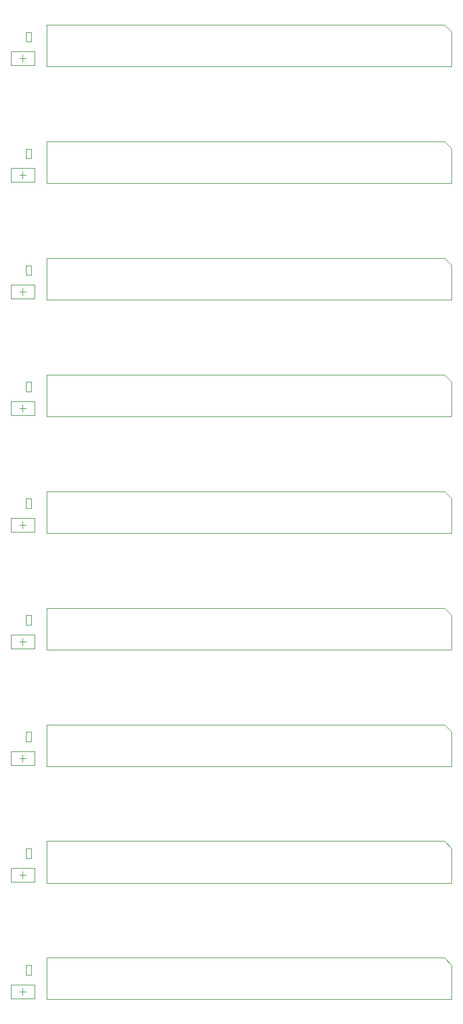
<source format=gbr>
%TF.GenerationSoftware,Altium Limited,Altium Designer,22.11.1 (43)*%
G04 Layer_Color=32768*
%FSLAX45Y45*%
%MOMM*%
%TF.SameCoordinates,189E8146-0809-41ED-80BF-86DDFA5291D0*%
%TF.FilePolarity,Positive*%
%TF.FileFunction,Other,Mechanical_15*%
%TF.Part,Single*%
G01*
G75*
%TA.AperFunction,NonConductor*%
%ADD26C,0.10000*%
%ADD39C,0.05000*%
D26*
X1694998Y12666000D02*
X1774998D01*
Y12526000D02*
Y12666000D01*
X1694998Y12526000D02*
X1774998D01*
X1694998D02*
Y12666000D01*
Y696001D02*
X1774998D01*
Y556001D02*
Y696001D01*
X1694998Y556001D02*
X1774998D01*
X1694998D02*
Y696001D01*
Y2406000D02*
X1774998D01*
Y2266000D02*
Y2406000D01*
X1694998Y2266000D02*
X1774998D01*
X1694998D02*
Y2406000D01*
Y4115999D02*
X1774998D01*
Y3975999D02*
Y4115999D01*
X1694998Y3975999D02*
X1774998D01*
X1694998D02*
Y4115999D01*
Y5825998D02*
X1774998D01*
Y5685998D02*
Y5825998D01*
X1694998Y5685998D02*
X1774998D01*
X1694998D02*
Y5825998D01*
Y7536002D02*
X1774998D01*
Y7396002D02*
Y7536002D01*
X1694998Y7396002D02*
X1774998D01*
X1694998D02*
Y7536002D01*
Y9246001D02*
X1774998D01*
Y9106002D02*
Y9246001D01*
X1694998Y9106002D02*
X1774998D01*
X1694998D02*
Y9246001D01*
Y10956000D02*
X1774998D01*
Y10816001D02*
Y10956000D01*
X1694998Y10816001D02*
X1774998D01*
X1694998D02*
Y10956000D01*
X1600002Y13989502D02*
X1700002D01*
X1649999Y13939500D02*
Y14039499D01*
X1694998Y14375999D02*
X1774998D01*
Y14235999D02*
Y14375999D01*
X1694998Y14235999D02*
X1774998D01*
X1694998D02*
Y14375999D01*
X1600002Y12279498D02*
X1700002D01*
X1649999Y12229501D02*
Y12329500D01*
X1600002Y10569499D02*
X1700002D01*
X1649999Y10519501D02*
Y10619501D01*
X1600002Y8859500D02*
X1700002D01*
X1649999Y8809502D02*
Y8909502D01*
X1600002Y7149501D02*
X1700002D01*
X1649999Y7099498D02*
Y7199498D01*
X1600002Y5439501D02*
X1700002D01*
X1649999Y5389499D02*
Y5489499D01*
X1600002Y3729502D02*
X1700002D01*
X1649999Y3679500D02*
Y3779500D01*
X1600002Y2019498D02*
X1700002D01*
X1649999Y1969501D02*
Y2069501D01*
X1600002Y309499D02*
X1700002D01*
X1649999Y259502D02*
Y359501D01*
D39*
X7949001Y13874998D02*
Y14382700D01*
X7846700Y14485001D02*
X7949001Y14382700D01*
X2001002Y14485001D02*
X7846700D01*
X2001002Y13874998D02*
Y14485001D01*
Y13874998D02*
X7949001D01*
X1820001Y13889502D02*
Y14089502D01*
X1480002Y13889502D02*
Y14089502D01*
Y13889502D02*
X1820001D01*
X1480002Y14089502D02*
X1820001D01*
X2001002Y12165000D02*
X7949001D01*
X2001002D02*
Y12775001D01*
X7846700D01*
X7949001Y12672700D01*
Y12165000D02*
Y12672700D01*
X2001002Y10455001D02*
X7949001D01*
X2001002D02*
Y11065002D01*
X7846700D01*
X7949001Y10962701D01*
Y10455001D02*
Y10962701D01*
X1820001Y12179498D02*
Y12379498D01*
X1480002Y12179498D02*
Y12379498D01*
Y12179498D02*
X1820001D01*
X1480002Y12379498D02*
X1820001D01*
Y10469499D02*
Y10669499D01*
X1480002Y10469499D02*
Y10669499D01*
Y10469499D02*
X1820001D01*
X1480002Y10669499D02*
X1820001D01*
X2001002Y8745002D02*
X7949001D01*
X2001002D02*
Y9354998D01*
X7846700D01*
X7949001Y9252702D01*
Y8745002D02*
Y9252702D01*
X2001002Y7035002D02*
X7949001D01*
X2001002D02*
Y7644999D01*
X7846700D01*
X7949001Y7542698D01*
Y7035002D02*
Y7542698D01*
X2001002Y5324998D02*
X7949001D01*
X2001002D02*
Y5935000D01*
X7846700D01*
X7949001Y5832699D01*
Y5324998D02*
Y5832699D01*
X1820001Y8759500D02*
Y8959499D01*
X1480002Y8759500D02*
Y8959499D01*
Y8759500D02*
X1820001D01*
X1480002Y8959499D02*
X1820001D01*
Y7049501D02*
Y7249500D01*
X1480002Y7049501D02*
Y7249500D01*
Y7049501D02*
X1820001D01*
X1480002Y7249500D02*
X1820001D01*
Y5339502D02*
Y5539501D01*
X1480002Y5339502D02*
Y5539501D01*
Y5339502D02*
X1820001D01*
X1480002Y5539501D02*
X1820001D01*
X2001002Y3614999D02*
X7949001D01*
X2001002D02*
Y4225000D01*
X7846700D01*
X7949001Y4122699D01*
Y3614999D02*
Y4122699D01*
X2001002Y1905000D02*
X7949001D01*
X2001002D02*
Y2515001D01*
X7846700D01*
X7949001Y2412700D01*
Y1905000D02*
Y2412700D01*
X1820001Y3629503D02*
Y3829502D01*
X1480002Y3629503D02*
Y3829502D01*
Y3629503D02*
X1820001D01*
X1480002Y3829502D02*
X1820001D01*
Y1919498D02*
Y2119498D01*
X1480002Y1919498D02*
Y2119498D01*
Y1919498D02*
X1820001D01*
X1480002Y2119498D02*
X1820001D01*
Y209499D02*
Y409499D01*
X1480002Y209499D02*
Y409499D01*
Y209499D02*
X1820001D01*
X1480002Y409499D02*
X1820001D01*
X7949001Y195001D02*
Y702701D01*
X7846700Y805002D02*
X7949001Y702701D01*
X2001002Y805002D02*
X7846700D01*
X2001002Y195001D02*
Y805002D01*
Y195001D02*
X7949001D01*
%TF.MD5,54e3bac252b5df47dabd6c1770067a4c*%
M02*

</source>
